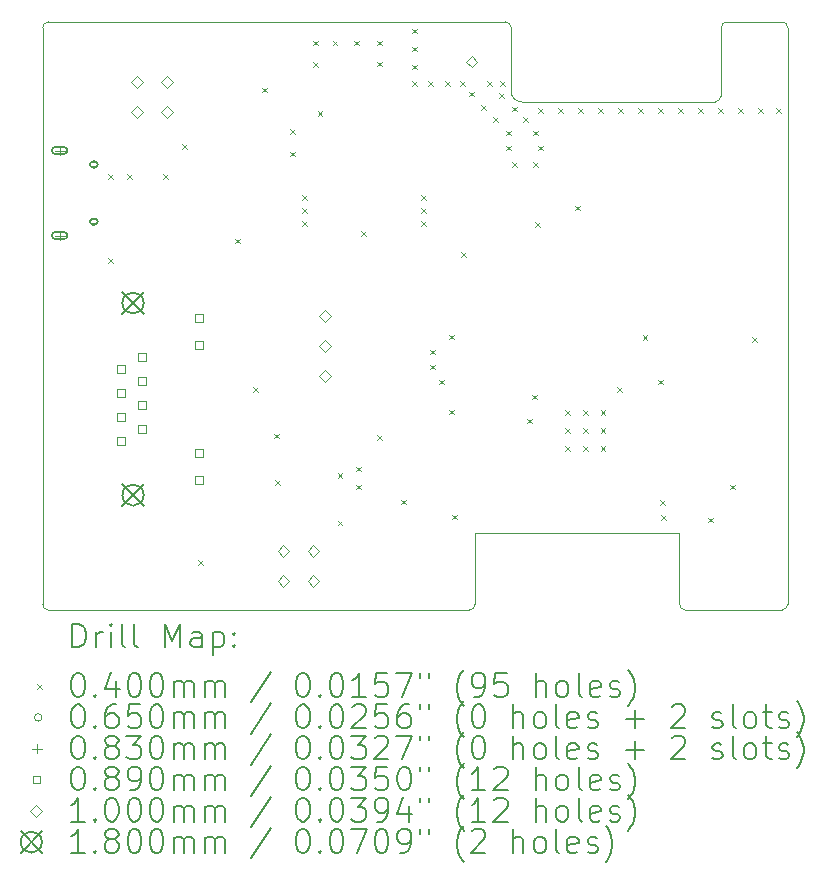
<source format=gbr>
%FSLAX45Y45*%
G04 Gerber Fmt 4.5, Leading zero omitted, Abs format (unit mm)*
G04 Created by KiCad (PCBNEW (6.0.1-0)) date 2022-03-22 23:13:13*
%MOMM*%
%LPD*%
G01*
G04 APERTURE LIST*
%TA.AperFunction,Profile*%
%ADD10C,0.100000*%
%TD*%
%ADD11C,0.200000*%
%ADD12C,0.040000*%
%ADD13C,0.065000*%
%ADD14C,0.083000*%
%ADD15C,0.089000*%
%ADD16C,0.100000*%
%ADD17C,0.180000*%
G04 APERTURE END LIST*
D10*
X5273200Y-15596800D02*
G75*
G03*
X5323200Y-15646800I50000J0D01*
G01*
X9189925Y-10666800D02*
X5323200Y-10666800D01*
X11533200Y-10666800D02*
X11069326Y-10666800D01*
X8886055Y-15646800D02*
X5323200Y-15646800D01*
X11533200Y-15646800D02*
X10716055Y-15646800D01*
X10666055Y-15596800D02*
G75*
G03*
X10716055Y-15646800I50000J0D01*
G01*
X11533200Y-15646800D02*
G75*
G03*
X11583200Y-15596800I0J50000D01*
G01*
X11583200Y-15596800D02*
X11583200Y-10716800D01*
X10666055Y-14996800D02*
X8936055Y-14996800D01*
X5273200Y-15596800D02*
X5273200Y-10716800D01*
X11583200Y-10716800D02*
G75*
G03*
X11533200Y-10666800I-50000J0D01*
G01*
X11069326Y-10666800D02*
G75*
G03*
X11018520Y-10716800I0J-50813D01*
G01*
X9240520Y-11254740D02*
G75*
G03*
X9331960Y-11343045I86321J-2110D01*
G01*
X11018520Y-11292600D02*
X11018520Y-10716800D01*
X10666055Y-15596800D02*
X10666055Y-14996800D01*
X5323200Y-10666800D02*
G75*
G03*
X5273200Y-10716800I0J-50000D01*
G01*
X8886055Y-15646800D02*
G75*
G03*
X8936055Y-15596800I0J50000D01*
G01*
X10967322Y-11343130D02*
X9331960Y-11343045D01*
X8936055Y-14996800D02*
X8936055Y-15596800D01*
X9240715Y-10716800D02*
G75*
G03*
X9189925Y-10666800I-50791J-797D01*
G01*
X10967322Y-11343130D02*
G75*
G03*
X11018520Y-11292600I-2J51204D01*
G01*
X9240520Y-11254740D02*
X9240715Y-10716800D01*
D11*
D12*
X5831087Y-11959099D02*
X5871087Y-11999099D01*
X5871087Y-11959099D02*
X5831087Y-11999099D01*
X5831087Y-12668373D02*
X5871087Y-12708373D01*
X5871087Y-12668373D02*
X5831087Y-12708373D01*
X5987100Y-11956100D02*
X6027100Y-11996100D01*
X6027100Y-11956100D02*
X5987100Y-11996100D01*
X6291900Y-11956100D02*
X6331900Y-11996100D01*
X6331900Y-11956100D02*
X6291900Y-11996100D01*
X6457000Y-11702100D02*
X6497000Y-11742100D01*
X6497000Y-11702100D02*
X6457000Y-11742100D01*
X6592030Y-15226760D02*
X6632030Y-15266760D01*
X6632030Y-15226760D02*
X6592030Y-15266760D01*
X6901500Y-12502200D02*
X6941500Y-12542200D01*
X6941500Y-12502200D02*
X6901500Y-12542200D01*
X7053900Y-13759500D02*
X7093900Y-13799500D01*
X7093900Y-13759500D02*
X7053900Y-13799500D01*
X7130100Y-11224580D02*
X7170100Y-11264580D01*
X7170100Y-11224580D02*
X7130100Y-11264580D01*
X7231700Y-14153200D02*
X7271700Y-14193200D01*
X7271700Y-14153200D02*
X7231700Y-14193200D01*
X7244400Y-14546900D02*
X7284400Y-14586900D01*
X7284400Y-14546900D02*
X7244400Y-14586900D01*
X7371400Y-11575100D02*
X7411400Y-11615100D01*
X7411400Y-11575100D02*
X7371400Y-11615100D01*
X7371400Y-11765600D02*
X7411400Y-11805600D01*
X7411400Y-11765600D02*
X7371400Y-11805600D01*
X7469630Y-12133120D02*
X7509630Y-12173120D01*
X7509630Y-12133120D02*
X7469630Y-12173120D01*
X7469630Y-12243120D02*
X7509630Y-12283120D01*
X7509630Y-12243120D02*
X7469630Y-12283120D01*
X7469630Y-12353120D02*
X7509630Y-12393120D01*
X7509630Y-12353120D02*
X7469630Y-12393120D01*
X7564440Y-10825800D02*
X7604440Y-10865800D01*
X7604440Y-10825800D02*
X7564440Y-10865800D01*
X7564440Y-11009950D02*
X7604440Y-11049950D01*
X7604440Y-11009950D02*
X7564440Y-11049950D01*
X7602540Y-11422700D02*
X7642540Y-11462700D01*
X7642540Y-11422700D02*
X7602540Y-11462700D01*
X7729540Y-10825800D02*
X7769540Y-10865800D01*
X7769540Y-10825800D02*
X7729540Y-10865800D01*
X7772720Y-14489751D02*
X7812720Y-14529751D01*
X7812720Y-14489751D02*
X7772720Y-14529751D01*
X7772720Y-14889800D02*
X7812720Y-14929800D01*
X7812720Y-14889800D02*
X7772720Y-14929800D01*
X7913690Y-10825800D02*
X7953690Y-10865800D01*
X7953690Y-10825800D02*
X7913690Y-10865800D01*
X7930200Y-14432600D02*
X7970200Y-14472600D01*
X7970200Y-14432600D02*
X7930200Y-14472600D01*
X7930200Y-14585000D02*
X7970200Y-14625000D01*
X7970200Y-14585000D02*
X7930200Y-14625000D01*
X7968300Y-12438700D02*
X8008300Y-12478700D01*
X8008300Y-12438700D02*
X7968300Y-12478700D01*
X8104190Y-10825800D02*
X8144190Y-10865800D01*
X8144190Y-10825800D02*
X8104190Y-10865800D01*
X8104190Y-11003600D02*
X8144190Y-11043600D01*
X8144190Y-11003600D02*
X8104190Y-11043600D01*
X8108000Y-14165900D02*
X8148000Y-14205900D01*
X8148000Y-14165900D02*
X8108000Y-14205900D01*
X8311200Y-14712000D02*
X8351200Y-14752000D01*
X8351200Y-14712000D02*
X8311200Y-14752000D01*
X8400100Y-10724200D02*
X8440100Y-10764200D01*
X8440100Y-10724200D02*
X8400100Y-10764200D01*
X8400100Y-10876600D02*
X8440100Y-10916600D01*
X8440100Y-10876600D02*
X8400100Y-10916600D01*
X8400100Y-11029000D02*
X8440100Y-11069000D01*
X8440100Y-11029000D02*
X8400100Y-11069000D01*
X8400100Y-11168700D02*
X8440100Y-11208700D01*
X8440100Y-11168700D02*
X8400100Y-11208700D01*
X8479630Y-12133120D02*
X8519630Y-12173120D01*
X8519630Y-12133120D02*
X8479630Y-12173120D01*
X8479630Y-12243120D02*
X8519630Y-12283120D01*
X8519630Y-12243120D02*
X8479630Y-12283120D01*
X8479630Y-12353120D02*
X8519630Y-12393120D01*
X8519630Y-12353120D02*
X8479630Y-12393120D01*
X8539800Y-11168700D02*
X8579800Y-11208700D01*
X8579800Y-11168700D02*
X8539800Y-11208700D01*
X8552500Y-13442000D02*
X8592500Y-13482000D01*
X8592500Y-13442000D02*
X8552500Y-13482000D01*
X8552500Y-13569000D02*
X8592500Y-13609000D01*
X8592500Y-13569000D02*
X8552500Y-13609000D01*
X8628700Y-13696000D02*
X8668700Y-13736000D01*
X8668700Y-13696000D02*
X8628700Y-13736000D01*
X8679500Y-11168700D02*
X8719500Y-11208700D01*
X8719500Y-11168700D02*
X8679500Y-11208700D01*
X8717600Y-13315000D02*
X8757600Y-13355000D01*
X8757600Y-13315000D02*
X8717600Y-13355000D01*
X8717600Y-13950000D02*
X8757600Y-13990000D01*
X8757600Y-13950000D02*
X8717600Y-13990000D01*
X8743000Y-14839000D02*
X8783000Y-14879000D01*
X8783000Y-14839000D02*
X8743000Y-14879000D01*
X8806500Y-11168700D02*
X8846500Y-11208700D01*
X8846500Y-11168700D02*
X8806500Y-11208700D01*
X8819200Y-12616500D02*
X8859200Y-12656500D01*
X8859200Y-12616500D02*
X8819200Y-12656500D01*
X8882700Y-11257600D02*
X8922700Y-11297600D01*
X8922700Y-11257600D02*
X8882700Y-11297600D01*
X8984300Y-11371900D02*
X9024300Y-11411900D01*
X9024300Y-11371900D02*
X8984300Y-11411900D01*
X9035100Y-11168700D02*
X9075100Y-11208700D01*
X9075100Y-11168700D02*
X9035100Y-11208700D01*
X9085900Y-11473500D02*
X9125900Y-11513500D01*
X9125900Y-11473500D02*
X9085900Y-11513500D01*
X9136700Y-11270300D02*
X9176700Y-11310300D01*
X9176700Y-11270300D02*
X9136700Y-11310300D01*
X9149400Y-11168700D02*
X9189400Y-11208700D01*
X9189400Y-11168700D02*
X9149400Y-11208700D01*
X9200200Y-11587800D02*
X9240200Y-11627800D01*
X9240200Y-11587800D02*
X9200200Y-11627800D01*
X9200200Y-11714800D02*
X9240200Y-11754800D01*
X9240200Y-11714800D02*
X9200200Y-11754800D01*
X9251000Y-11384600D02*
X9291000Y-11424600D01*
X9291000Y-11384600D02*
X9251000Y-11424600D01*
X9251000Y-11854500D02*
X9291000Y-11894500D01*
X9291000Y-11854500D02*
X9251000Y-11894500D01*
X9339900Y-11473500D02*
X9379900Y-11513500D01*
X9379900Y-11473500D02*
X9339900Y-11513500D01*
X9378000Y-14026200D02*
X9418000Y-14066200D01*
X9418000Y-14026200D02*
X9378000Y-14066200D01*
X9416100Y-13823000D02*
X9456100Y-13863000D01*
X9456100Y-13823000D02*
X9416100Y-13863000D01*
X9428800Y-11587800D02*
X9468800Y-11627800D01*
X9468800Y-11587800D02*
X9428800Y-11627800D01*
X9428800Y-11854500D02*
X9468800Y-11894500D01*
X9468800Y-11854500D02*
X9428800Y-11894500D01*
X9441500Y-12362500D02*
X9481500Y-12402500D01*
X9481500Y-12362500D02*
X9441500Y-12402500D01*
X9466900Y-11714800D02*
X9506900Y-11754800D01*
X9506900Y-11714800D02*
X9466900Y-11754800D01*
X9467800Y-11397300D02*
X9507800Y-11437300D01*
X9507800Y-11397300D02*
X9467800Y-11437300D01*
X9637800Y-11397300D02*
X9677800Y-11437300D01*
X9677800Y-11397300D02*
X9637800Y-11437300D01*
X9695500Y-13952540D02*
X9735500Y-13992540D01*
X9735500Y-13952540D02*
X9695500Y-13992540D01*
X9695500Y-14107480D02*
X9735500Y-14147480D01*
X9735500Y-14107480D02*
X9695500Y-14147480D01*
X9695500Y-14259880D02*
X9735500Y-14299880D01*
X9735500Y-14259880D02*
X9695500Y-14299880D01*
X9784400Y-12222800D02*
X9824400Y-12262800D01*
X9824400Y-12222800D02*
X9784400Y-12262800D01*
X9807800Y-11397300D02*
X9847800Y-11437300D01*
X9847800Y-11397300D02*
X9807800Y-11437300D01*
X9847900Y-13955080D02*
X9887900Y-13995080D01*
X9887900Y-13955080D02*
X9847900Y-13995080D01*
X9847900Y-14110020D02*
X9887900Y-14150020D01*
X9887900Y-14110020D02*
X9847900Y-14150020D01*
X9847900Y-14262420D02*
X9887900Y-14302420D01*
X9887900Y-14262420D02*
X9847900Y-14302420D01*
X9977800Y-11397300D02*
X10017800Y-11437300D01*
X10017800Y-11397300D02*
X9977800Y-11437300D01*
X9997760Y-13955080D02*
X10037760Y-13995080D01*
X10037760Y-13955080D02*
X9997760Y-13995080D01*
X9997760Y-14110020D02*
X10037760Y-14150020D01*
X10037760Y-14110020D02*
X9997760Y-14150020D01*
X9997760Y-14262420D02*
X10037760Y-14302420D01*
X10037760Y-14262420D02*
X9997760Y-14302420D01*
X10140000Y-13759500D02*
X10180000Y-13799500D01*
X10180000Y-13759500D02*
X10140000Y-13799500D01*
X10147800Y-11397300D02*
X10187800Y-11437300D01*
X10187800Y-11397300D02*
X10147800Y-11437300D01*
X10317800Y-11397300D02*
X10357800Y-11437300D01*
X10357800Y-11397300D02*
X10317800Y-11437300D01*
X10353360Y-13317540D02*
X10393360Y-13357540D01*
X10393360Y-13317540D02*
X10353360Y-13357540D01*
X10482900Y-13696000D02*
X10522900Y-13736000D01*
X10522900Y-13696000D02*
X10482900Y-13736000D01*
X10483800Y-11397300D02*
X10523800Y-11437300D01*
X10523800Y-11397300D02*
X10483800Y-11437300D01*
X10500680Y-14717080D02*
X10540680Y-14757080D01*
X10540680Y-14717080D02*
X10500680Y-14757080D01*
X10510840Y-14844080D02*
X10550840Y-14884080D01*
X10550840Y-14844080D02*
X10510840Y-14884080D01*
X10653800Y-11397300D02*
X10693800Y-11437300D01*
X10693800Y-11397300D02*
X10653800Y-11437300D01*
X10823800Y-11397300D02*
X10863800Y-11437300D01*
X10863800Y-11397300D02*
X10823800Y-11437300D01*
X10907080Y-14864400D02*
X10947080Y-14904400D01*
X10947080Y-14864400D02*
X10907080Y-14904400D01*
X10993800Y-11397300D02*
X11033800Y-11437300D01*
X11033800Y-11397300D02*
X10993800Y-11437300D01*
X11092500Y-14585000D02*
X11132500Y-14625000D01*
X11132500Y-14585000D02*
X11092500Y-14625000D01*
X11163800Y-11397300D02*
X11203800Y-11437300D01*
X11203800Y-11397300D02*
X11163800Y-11437300D01*
X11283000Y-13337860D02*
X11323000Y-13377860D01*
X11323000Y-13337860D02*
X11283000Y-13377860D01*
X11333800Y-11397300D02*
X11373800Y-11437300D01*
X11373800Y-11397300D02*
X11333800Y-11437300D01*
X11486200Y-11397300D02*
X11526200Y-11437300D01*
X11526200Y-11397300D02*
X11486200Y-11437300D01*
D13*
X5740320Y-11874300D02*
G75*
G03*
X5740320Y-11874300I-32500J0D01*
G01*
D11*
X5717820Y-11851800D02*
X5697820Y-11851800D01*
X5717820Y-11896800D02*
X5697820Y-11896800D01*
X5697820Y-11851800D02*
G75*
G03*
X5697820Y-11896800I0J-22500D01*
G01*
X5717820Y-11896800D02*
G75*
G03*
X5717820Y-11851800I0J22500D01*
G01*
D13*
X5740320Y-12359300D02*
G75*
G03*
X5740320Y-12359300I-32500J0D01*
G01*
D11*
X5717820Y-12336800D02*
X5697820Y-12336800D01*
X5717820Y-12381800D02*
X5697820Y-12381800D01*
X5697820Y-12336800D02*
G75*
G03*
X5697820Y-12381800I0J-22500D01*
G01*
X5717820Y-12381800D02*
G75*
G03*
X5717820Y-12336800I0J22500D01*
G01*
D14*
X5417820Y-11715300D02*
X5417820Y-11798300D01*
X5376320Y-11756800D02*
X5459320Y-11756800D01*
D11*
X5451320Y-11725300D02*
X5384320Y-11725300D01*
X5451320Y-11788300D02*
X5384320Y-11788300D01*
X5384320Y-11725300D02*
G75*
G03*
X5384320Y-11788300I0J-31500D01*
G01*
X5451320Y-11788300D02*
G75*
G03*
X5451320Y-11725300I0J31500D01*
G01*
D14*
X5417820Y-12435300D02*
X5417820Y-12518300D01*
X5376320Y-12476800D02*
X5459320Y-12476800D01*
D11*
X5451320Y-12445300D02*
X5384320Y-12445300D01*
X5451320Y-12508300D02*
X5384320Y-12508300D01*
X5384320Y-12445300D02*
G75*
G03*
X5384320Y-12508300I0J-31500D01*
G01*
X5451320Y-12508300D02*
G75*
G03*
X5451320Y-12445300I0J31500D01*
G01*
D15*
X5968717Y-13637117D02*
X5968717Y-13574183D01*
X5905783Y-13574183D01*
X5905783Y-13637117D01*
X5968717Y-13637117D01*
X5968717Y-13841117D02*
X5968717Y-13778183D01*
X5905783Y-13778183D01*
X5905783Y-13841117D01*
X5968717Y-13841117D01*
X5968717Y-14045117D02*
X5968717Y-13982183D01*
X5905783Y-13982183D01*
X5905783Y-14045117D01*
X5968717Y-14045117D01*
X5968717Y-14249117D02*
X5968717Y-14186183D01*
X5905783Y-14186183D01*
X5905783Y-14249117D01*
X5968717Y-14249117D01*
X6146717Y-13535117D02*
X6146717Y-13472183D01*
X6083783Y-13472183D01*
X6083783Y-13535117D01*
X6146717Y-13535117D01*
X6146717Y-13739117D02*
X6146717Y-13676183D01*
X6083783Y-13676183D01*
X6083783Y-13739117D01*
X6146717Y-13739117D01*
X6146717Y-13943117D02*
X6146717Y-13880183D01*
X6083783Y-13880183D01*
X6083783Y-13943117D01*
X6146717Y-13943117D01*
X6146717Y-14147117D02*
X6146717Y-14084183D01*
X6083783Y-14084183D01*
X6083783Y-14147117D01*
X6146717Y-14147117D01*
X6627717Y-13206117D02*
X6627717Y-13143183D01*
X6564783Y-13143183D01*
X6564783Y-13206117D01*
X6627717Y-13206117D01*
X6627717Y-13435117D02*
X6627717Y-13372183D01*
X6564783Y-13372183D01*
X6564783Y-13435117D01*
X6627717Y-13435117D01*
X6627717Y-14349117D02*
X6627717Y-14286183D01*
X6564783Y-14286183D01*
X6564783Y-14349117D01*
X6627717Y-14349117D01*
X6627717Y-14578117D02*
X6627717Y-14515183D01*
X6564783Y-14515183D01*
X6564783Y-14578117D01*
X6627717Y-14578117D01*
D16*
X6070600Y-11226000D02*
X6120600Y-11176000D01*
X6070600Y-11126000D01*
X6020600Y-11176000D01*
X6070600Y-11226000D01*
X6070600Y-11480000D02*
X6120600Y-11430000D01*
X6070600Y-11380000D01*
X6020600Y-11430000D01*
X6070600Y-11480000D01*
X6324600Y-11226000D02*
X6374600Y-11176000D01*
X6324600Y-11126000D01*
X6274600Y-11176000D01*
X6324600Y-11226000D01*
X6324600Y-11480000D02*
X6374600Y-11430000D01*
X6324600Y-11380000D01*
X6274600Y-11430000D01*
X6324600Y-11480000D01*
X7312660Y-15198560D02*
X7362660Y-15148560D01*
X7312660Y-15098560D01*
X7262660Y-15148560D01*
X7312660Y-15198560D01*
X7312660Y-15452560D02*
X7362660Y-15402560D01*
X7312660Y-15352560D01*
X7262660Y-15402560D01*
X7312660Y-15452560D01*
X7566660Y-15198560D02*
X7616660Y-15148560D01*
X7566660Y-15098560D01*
X7516660Y-15148560D01*
X7566660Y-15198560D01*
X7566660Y-15452560D02*
X7616660Y-15402560D01*
X7566660Y-15352560D01*
X7516660Y-15402560D01*
X7566660Y-15452560D01*
X7665490Y-13210600D02*
X7715490Y-13160600D01*
X7665490Y-13110600D01*
X7615490Y-13160600D01*
X7665490Y-13210600D01*
X7665490Y-13464600D02*
X7715490Y-13414600D01*
X7665490Y-13364600D01*
X7615490Y-13414600D01*
X7665490Y-13464600D01*
X7665490Y-13718600D02*
X7715490Y-13668600D01*
X7665490Y-13618600D01*
X7615490Y-13668600D01*
X7665490Y-13718600D01*
X8905240Y-11053280D02*
X8955240Y-11003280D01*
X8905240Y-10953280D01*
X8855240Y-11003280D01*
X8905240Y-11053280D01*
D17*
X5949250Y-12957650D02*
X6129250Y-13137650D01*
X6129250Y-12957650D02*
X5949250Y-13137650D01*
X6129250Y-13047650D02*
G75*
G03*
X6129250Y-13047650I-90000J0D01*
G01*
X5949250Y-14583650D02*
X6129250Y-14763650D01*
X6129250Y-14583650D02*
X5949250Y-14763650D01*
X6129250Y-14673650D02*
G75*
G03*
X6129250Y-14673650I-90000J0D01*
G01*
D11*
X5525819Y-15962276D02*
X5525819Y-15762276D01*
X5573438Y-15762276D01*
X5602009Y-15771800D01*
X5621057Y-15790848D01*
X5630581Y-15809895D01*
X5640105Y-15847990D01*
X5640105Y-15876562D01*
X5630581Y-15914657D01*
X5621057Y-15933705D01*
X5602009Y-15952752D01*
X5573438Y-15962276D01*
X5525819Y-15962276D01*
X5725819Y-15962276D02*
X5725819Y-15828943D01*
X5725819Y-15867038D02*
X5735343Y-15847990D01*
X5744867Y-15838467D01*
X5763914Y-15828943D01*
X5782962Y-15828943D01*
X5849628Y-15962276D02*
X5849628Y-15828943D01*
X5849628Y-15762276D02*
X5840105Y-15771800D01*
X5849628Y-15781324D01*
X5859152Y-15771800D01*
X5849628Y-15762276D01*
X5849628Y-15781324D01*
X5973438Y-15962276D02*
X5954390Y-15952752D01*
X5944867Y-15933705D01*
X5944867Y-15762276D01*
X6078200Y-15962276D02*
X6059152Y-15952752D01*
X6049628Y-15933705D01*
X6049628Y-15762276D01*
X6306771Y-15962276D02*
X6306771Y-15762276D01*
X6373438Y-15905133D01*
X6440105Y-15762276D01*
X6440105Y-15962276D01*
X6621057Y-15962276D02*
X6621057Y-15857514D01*
X6611533Y-15838467D01*
X6592486Y-15828943D01*
X6554390Y-15828943D01*
X6535343Y-15838467D01*
X6621057Y-15952752D02*
X6602009Y-15962276D01*
X6554390Y-15962276D01*
X6535343Y-15952752D01*
X6525819Y-15933705D01*
X6525819Y-15914657D01*
X6535343Y-15895609D01*
X6554390Y-15886086D01*
X6602009Y-15886086D01*
X6621057Y-15876562D01*
X6716295Y-15828943D02*
X6716295Y-16028943D01*
X6716295Y-15838467D02*
X6735343Y-15828943D01*
X6773438Y-15828943D01*
X6792486Y-15838467D01*
X6802009Y-15847990D01*
X6811533Y-15867038D01*
X6811533Y-15924181D01*
X6802009Y-15943228D01*
X6792486Y-15952752D01*
X6773438Y-15962276D01*
X6735343Y-15962276D01*
X6716295Y-15952752D01*
X6897248Y-15943228D02*
X6906771Y-15952752D01*
X6897248Y-15962276D01*
X6887724Y-15952752D01*
X6897248Y-15943228D01*
X6897248Y-15962276D01*
X6897248Y-15838467D02*
X6906771Y-15847990D01*
X6897248Y-15857514D01*
X6887724Y-15847990D01*
X6897248Y-15838467D01*
X6897248Y-15857514D01*
D12*
X5228200Y-16271800D02*
X5268200Y-16311800D01*
X5268200Y-16271800D02*
X5228200Y-16311800D01*
D11*
X5563914Y-16182276D02*
X5582962Y-16182276D01*
X5602009Y-16191800D01*
X5611533Y-16201324D01*
X5621057Y-16220371D01*
X5630581Y-16258467D01*
X5630581Y-16306086D01*
X5621057Y-16344181D01*
X5611533Y-16363228D01*
X5602009Y-16372752D01*
X5582962Y-16382276D01*
X5563914Y-16382276D01*
X5544867Y-16372752D01*
X5535343Y-16363228D01*
X5525819Y-16344181D01*
X5516295Y-16306086D01*
X5516295Y-16258467D01*
X5525819Y-16220371D01*
X5535343Y-16201324D01*
X5544867Y-16191800D01*
X5563914Y-16182276D01*
X5716295Y-16363228D02*
X5725819Y-16372752D01*
X5716295Y-16382276D01*
X5706771Y-16372752D01*
X5716295Y-16363228D01*
X5716295Y-16382276D01*
X5897248Y-16248943D02*
X5897248Y-16382276D01*
X5849628Y-16172752D02*
X5802009Y-16315609D01*
X5925819Y-16315609D01*
X6040105Y-16182276D02*
X6059152Y-16182276D01*
X6078200Y-16191800D01*
X6087724Y-16201324D01*
X6097248Y-16220371D01*
X6106771Y-16258467D01*
X6106771Y-16306086D01*
X6097248Y-16344181D01*
X6087724Y-16363228D01*
X6078200Y-16372752D01*
X6059152Y-16382276D01*
X6040105Y-16382276D01*
X6021057Y-16372752D01*
X6011533Y-16363228D01*
X6002009Y-16344181D01*
X5992486Y-16306086D01*
X5992486Y-16258467D01*
X6002009Y-16220371D01*
X6011533Y-16201324D01*
X6021057Y-16191800D01*
X6040105Y-16182276D01*
X6230581Y-16182276D02*
X6249628Y-16182276D01*
X6268676Y-16191800D01*
X6278200Y-16201324D01*
X6287724Y-16220371D01*
X6297248Y-16258467D01*
X6297248Y-16306086D01*
X6287724Y-16344181D01*
X6278200Y-16363228D01*
X6268676Y-16372752D01*
X6249628Y-16382276D01*
X6230581Y-16382276D01*
X6211533Y-16372752D01*
X6202009Y-16363228D01*
X6192486Y-16344181D01*
X6182962Y-16306086D01*
X6182962Y-16258467D01*
X6192486Y-16220371D01*
X6202009Y-16201324D01*
X6211533Y-16191800D01*
X6230581Y-16182276D01*
X6382962Y-16382276D02*
X6382962Y-16248943D01*
X6382962Y-16267990D02*
X6392486Y-16258467D01*
X6411533Y-16248943D01*
X6440105Y-16248943D01*
X6459152Y-16258467D01*
X6468676Y-16277514D01*
X6468676Y-16382276D01*
X6468676Y-16277514D02*
X6478200Y-16258467D01*
X6497248Y-16248943D01*
X6525819Y-16248943D01*
X6544867Y-16258467D01*
X6554390Y-16277514D01*
X6554390Y-16382276D01*
X6649628Y-16382276D02*
X6649628Y-16248943D01*
X6649628Y-16267990D02*
X6659152Y-16258467D01*
X6678200Y-16248943D01*
X6706771Y-16248943D01*
X6725819Y-16258467D01*
X6735343Y-16277514D01*
X6735343Y-16382276D01*
X6735343Y-16277514D02*
X6744867Y-16258467D01*
X6763914Y-16248943D01*
X6792486Y-16248943D01*
X6811533Y-16258467D01*
X6821057Y-16277514D01*
X6821057Y-16382276D01*
X7211533Y-16172752D02*
X7040105Y-16429895D01*
X7468676Y-16182276D02*
X7487724Y-16182276D01*
X7506771Y-16191800D01*
X7516295Y-16201324D01*
X7525819Y-16220371D01*
X7535343Y-16258467D01*
X7535343Y-16306086D01*
X7525819Y-16344181D01*
X7516295Y-16363228D01*
X7506771Y-16372752D01*
X7487724Y-16382276D01*
X7468676Y-16382276D01*
X7449628Y-16372752D01*
X7440105Y-16363228D01*
X7430581Y-16344181D01*
X7421057Y-16306086D01*
X7421057Y-16258467D01*
X7430581Y-16220371D01*
X7440105Y-16201324D01*
X7449628Y-16191800D01*
X7468676Y-16182276D01*
X7621057Y-16363228D02*
X7630581Y-16372752D01*
X7621057Y-16382276D01*
X7611533Y-16372752D01*
X7621057Y-16363228D01*
X7621057Y-16382276D01*
X7754390Y-16182276D02*
X7773438Y-16182276D01*
X7792486Y-16191800D01*
X7802009Y-16201324D01*
X7811533Y-16220371D01*
X7821057Y-16258467D01*
X7821057Y-16306086D01*
X7811533Y-16344181D01*
X7802009Y-16363228D01*
X7792486Y-16372752D01*
X7773438Y-16382276D01*
X7754390Y-16382276D01*
X7735343Y-16372752D01*
X7725819Y-16363228D01*
X7716295Y-16344181D01*
X7706771Y-16306086D01*
X7706771Y-16258467D01*
X7716295Y-16220371D01*
X7725819Y-16201324D01*
X7735343Y-16191800D01*
X7754390Y-16182276D01*
X8011533Y-16382276D02*
X7897248Y-16382276D01*
X7954390Y-16382276D02*
X7954390Y-16182276D01*
X7935343Y-16210848D01*
X7916295Y-16229895D01*
X7897248Y-16239419D01*
X8192486Y-16182276D02*
X8097248Y-16182276D01*
X8087724Y-16277514D01*
X8097248Y-16267990D01*
X8116295Y-16258467D01*
X8163914Y-16258467D01*
X8182962Y-16267990D01*
X8192486Y-16277514D01*
X8202009Y-16296562D01*
X8202009Y-16344181D01*
X8192486Y-16363228D01*
X8182962Y-16372752D01*
X8163914Y-16382276D01*
X8116295Y-16382276D01*
X8097248Y-16372752D01*
X8087724Y-16363228D01*
X8268676Y-16182276D02*
X8402010Y-16182276D01*
X8316295Y-16382276D01*
X8468676Y-16182276D02*
X8468676Y-16220371D01*
X8544867Y-16182276D02*
X8544867Y-16220371D01*
X8840105Y-16458467D02*
X8830581Y-16448943D01*
X8811533Y-16420371D01*
X8802010Y-16401324D01*
X8792486Y-16372752D01*
X8782962Y-16325133D01*
X8782962Y-16287038D01*
X8792486Y-16239419D01*
X8802010Y-16210848D01*
X8811533Y-16191800D01*
X8830581Y-16163228D01*
X8840105Y-16153705D01*
X8925819Y-16382276D02*
X8963914Y-16382276D01*
X8982962Y-16372752D01*
X8992486Y-16363228D01*
X9011533Y-16334657D01*
X9021057Y-16296562D01*
X9021057Y-16220371D01*
X9011533Y-16201324D01*
X9002010Y-16191800D01*
X8982962Y-16182276D01*
X8944867Y-16182276D01*
X8925819Y-16191800D01*
X8916295Y-16201324D01*
X8906771Y-16220371D01*
X8906771Y-16267990D01*
X8916295Y-16287038D01*
X8925819Y-16296562D01*
X8944867Y-16306086D01*
X8982962Y-16306086D01*
X9002010Y-16296562D01*
X9011533Y-16287038D01*
X9021057Y-16267990D01*
X9202010Y-16182276D02*
X9106771Y-16182276D01*
X9097248Y-16277514D01*
X9106771Y-16267990D01*
X9125819Y-16258467D01*
X9173438Y-16258467D01*
X9192486Y-16267990D01*
X9202010Y-16277514D01*
X9211533Y-16296562D01*
X9211533Y-16344181D01*
X9202010Y-16363228D01*
X9192486Y-16372752D01*
X9173438Y-16382276D01*
X9125819Y-16382276D01*
X9106771Y-16372752D01*
X9097248Y-16363228D01*
X9449629Y-16382276D02*
X9449629Y-16182276D01*
X9535343Y-16382276D02*
X9535343Y-16277514D01*
X9525819Y-16258467D01*
X9506771Y-16248943D01*
X9478200Y-16248943D01*
X9459152Y-16258467D01*
X9449629Y-16267990D01*
X9659152Y-16382276D02*
X9640105Y-16372752D01*
X9630581Y-16363228D01*
X9621057Y-16344181D01*
X9621057Y-16287038D01*
X9630581Y-16267990D01*
X9640105Y-16258467D01*
X9659152Y-16248943D01*
X9687724Y-16248943D01*
X9706771Y-16258467D01*
X9716295Y-16267990D01*
X9725819Y-16287038D01*
X9725819Y-16344181D01*
X9716295Y-16363228D01*
X9706771Y-16372752D01*
X9687724Y-16382276D01*
X9659152Y-16382276D01*
X9840105Y-16382276D02*
X9821057Y-16372752D01*
X9811533Y-16353705D01*
X9811533Y-16182276D01*
X9992486Y-16372752D02*
X9973438Y-16382276D01*
X9935343Y-16382276D01*
X9916295Y-16372752D01*
X9906771Y-16353705D01*
X9906771Y-16277514D01*
X9916295Y-16258467D01*
X9935343Y-16248943D01*
X9973438Y-16248943D01*
X9992486Y-16258467D01*
X10002010Y-16277514D01*
X10002010Y-16296562D01*
X9906771Y-16315609D01*
X10078200Y-16372752D02*
X10097248Y-16382276D01*
X10135343Y-16382276D01*
X10154390Y-16372752D01*
X10163914Y-16353705D01*
X10163914Y-16344181D01*
X10154390Y-16325133D01*
X10135343Y-16315609D01*
X10106771Y-16315609D01*
X10087724Y-16306086D01*
X10078200Y-16287038D01*
X10078200Y-16277514D01*
X10087724Y-16258467D01*
X10106771Y-16248943D01*
X10135343Y-16248943D01*
X10154390Y-16258467D01*
X10230581Y-16458467D02*
X10240105Y-16448943D01*
X10259152Y-16420371D01*
X10268676Y-16401324D01*
X10278200Y-16372752D01*
X10287724Y-16325133D01*
X10287724Y-16287038D01*
X10278200Y-16239419D01*
X10268676Y-16210848D01*
X10259152Y-16191800D01*
X10240105Y-16163228D01*
X10230581Y-16153705D01*
D13*
X5268200Y-16555800D02*
G75*
G03*
X5268200Y-16555800I-32500J0D01*
G01*
D11*
X5563914Y-16446276D02*
X5582962Y-16446276D01*
X5602009Y-16455800D01*
X5611533Y-16465324D01*
X5621057Y-16484371D01*
X5630581Y-16522467D01*
X5630581Y-16570086D01*
X5621057Y-16608181D01*
X5611533Y-16627228D01*
X5602009Y-16636752D01*
X5582962Y-16646276D01*
X5563914Y-16646276D01*
X5544867Y-16636752D01*
X5535343Y-16627228D01*
X5525819Y-16608181D01*
X5516295Y-16570086D01*
X5516295Y-16522467D01*
X5525819Y-16484371D01*
X5535343Y-16465324D01*
X5544867Y-16455800D01*
X5563914Y-16446276D01*
X5716295Y-16627228D02*
X5725819Y-16636752D01*
X5716295Y-16646276D01*
X5706771Y-16636752D01*
X5716295Y-16627228D01*
X5716295Y-16646276D01*
X5897248Y-16446276D02*
X5859152Y-16446276D01*
X5840105Y-16455800D01*
X5830581Y-16465324D01*
X5811533Y-16493895D01*
X5802009Y-16531990D01*
X5802009Y-16608181D01*
X5811533Y-16627228D01*
X5821057Y-16636752D01*
X5840105Y-16646276D01*
X5878200Y-16646276D01*
X5897248Y-16636752D01*
X5906771Y-16627228D01*
X5916295Y-16608181D01*
X5916295Y-16560562D01*
X5906771Y-16541514D01*
X5897248Y-16531990D01*
X5878200Y-16522467D01*
X5840105Y-16522467D01*
X5821057Y-16531990D01*
X5811533Y-16541514D01*
X5802009Y-16560562D01*
X6097248Y-16446276D02*
X6002009Y-16446276D01*
X5992486Y-16541514D01*
X6002009Y-16531990D01*
X6021057Y-16522467D01*
X6068676Y-16522467D01*
X6087724Y-16531990D01*
X6097248Y-16541514D01*
X6106771Y-16560562D01*
X6106771Y-16608181D01*
X6097248Y-16627228D01*
X6087724Y-16636752D01*
X6068676Y-16646276D01*
X6021057Y-16646276D01*
X6002009Y-16636752D01*
X5992486Y-16627228D01*
X6230581Y-16446276D02*
X6249628Y-16446276D01*
X6268676Y-16455800D01*
X6278200Y-16465324D01*
X6287724Y-16484371D01*
X6297248Y-16522467D01*
X6297248Y-16570086D01*
X6287724Y-16608181D01*
X6278200Y-16627228D01*
X6268676Y-16636752D01*
X6249628Y-16646276D01*
X6230581Y-16646276D01*
X6211533Y-16636752D01*
X6202009Y-16627228D01*
X6192486Y-16608181D01*
X6182962Y-16570086D01*
X6182962Y-16522467D01*
X6192486Y-16484371D01*
X6202009Y-16465324D01*
X6211533Y-16455800D01*
X6230581Y-16446276D01*
X6382962Y-16646276D02*
X6382962Y-16512943D01*
X6382962Y-16531990D02*
X6392486Y-16522467D01*
X6411533Y-16512943D01*
X6440105Y-16512943D01*
X6459152Y-16522467D01*
X6468676Y-16541514D01*
X6468676Y-16646276D01*
X6468676Y-16541514D02*
X6478200Y-16522467D01*
X6497248Y-16512943D01*
X6525819Y-16512943D01*
X6544867Y-16522467D01*
X6554390Y-16541514D01*
X6554390Y-16646276D01*
X6649628Y-16646276D02*
X6649628Y-16512943D01*
X6649628Y-16531990D02*
X6659152Y-16522467D01*
X6678200Y-16512943D01*
X6706771Y-16512943D01*
X6725819Y-16522467D01*
X6735343Y-16541514D01*
X6735343Y-16646276D01*
X6735343Y-16541514D02*
X6744867Y-16522467D01*
X6763914Y-16512943D01*
X6792486Y-16512943D01*
X6811533Y-16522467D01*
X6821057Y-16541514D01*
X6821057Y-16646276D01*
X7211533Y-16436752D02*
X7040105Y-16693895D01*
X7468676Y-16446276D02*
X7487724Y-16446276D01*
X7506771Y-16455800D01*
X7516295Y-16465324D01*
X7525819Y-16484371D01*
X7535343Y-16522467D01*
X7535343Y-16570086D01*
X7525819Y-16608181D01*
X7516295Y-16627228D01*
X7506771Y-16636752D01*
X7487724Y-16646276D01*
X7468676Y-16646276D01*
X7449628Y-16636752D01*
X7440105Y-16627228D01*
X7430581Y-16608181D01*
X7421057Y-16570086D01*
X7421057Y-16522467D01*
X7430581Y-16484371D01*
X7440105Y-16465324D01*
X7449628Y-16455800D01*
X7468676Y-16446276D01*
X7621057Y-16627228D02*
X7630581Y-16636752D01*
X7621057Y-16646276D01*
X7611533Y-16636752D01*
X7621057Y-16627228D01*
X7621057Y-16646276D01*
X7754390Y-16446276D02*
X7773438Y-16446276D01*
X7792486Y-16455800D01*
X7802009Y-16465324D01*
X7811533Y-16484371D01*
X7821057Y-16522467D01*
X7821057Y-16570086D01*
X7811533Y-16608181D01*
X7802009Y-16627228D01*
X7792486Y-16636752D01*
X7773438Y-16646276D01*
X7754390Y-16646276D01*
X7735343Y-16636752D01*
X7725819Y-16627228D01*
X7716295Y-16608181D01*
X7706771Y-16570086D01*
X7706771Y-16522467D01*
X7716295Y-16484371D01*
X7725819Y-16465324D01*
X7735343Y-16455800D01*
X7754390Y-16446276D01*
X7897248Y-16465324D02*
X7906771Y-16455800D01*
X7925819Y-16446276D01*
X7973438Y-16446276D01*
X7992486Y-16455800D01*
X8002009Y-16465324D01*
X8011533Y-16484371D01*
X8011533Y-16503419D01*
X8002009Y-16531990D01*
X7887724Y-16646276D01*
X8011533Y-16646276D01*
X8192486Y-16446276D02*
X8097248Y-16446276D01*
X8087724Y-16541514D01*
X8097248Y-16531990D01*
X8116295Y-16522467D01*
X8163914Y-16522467D01*
X8182962Y-16531990D01*
X8192486Y-16541514D01*
X8202009Y-16560562D01*
X8202009Y-16608181D01*
X8192486Y-16627228D01*
X8182962Y-16636752D01*
X8163914Y-16646276D01*
X8116295Y-16646276D01*
X8097248Y-16636752D01*
X8087724Y-16627228D01*
X8373438Y-16446276D02*
X8335343Y-16446276D01*
X8316295Y-16455800D01*
X8306771Y-16465324D01*
X8287724Y-16493895D01*
X8278200Y-16531990D01*
X8278200Y-16608181D01*
X8287724Y-16627228D01*
X8297248Y-16636752D01*
X8316295Y-16646276D01*
X8354390Y-16646276D01*
X8373438Y-16636752D01*
X8382962Y-16627228D01*
X8392486Y-16608181D01*
X8392486Y-16560562D01*
X8382962Y-16541514D01*
X8373438Y-16531990D01*
X8354390Y-16522467D01*
X8316295Y-16522467D01*
X8297248Y-16531990D01*
X8287724Y-16541514D01*
X8278200Y-16560562D01*
X8468676Y-16446276D02*
X8468676Y-16484371D01*
X8544867Y-16446276D02*
X8544867Y-16484371D01*
X8840105Y-16722467D02*
X8830581Y-16712943D01*
X8811533Y-16684371D01*
X8802010Y-16665324D01*
X8792486Y-16636752D01*
X8782962Y-16589133D01*
X8782962Y-16551038D01*
X8792486Y-16503419D01*
X8802010Y-16474848D01*
X8811533Y-16455800D01*
X8830581Y-16427228D01*
X8840105Y-16417705D01*
X8954390Y-16446276D02*
X8973438Y-16446276D01*
X8992486Y-16455800D01*
X9002010Y-16465324D01*
X9011533Y-16484371D01*
X9021057Y-16522467D01*
X9021057Y-16570086D01*
X9011533Y-16608181D01*
X9002010Y-16627228D01*
X8992486Y-16636752D01*
X8973438Y-16646276D01*
X8954390Y-16646276D01*
X8935343Y-16636752D01*
X8925819Y-16627228D01*
X8916295Y-16608181D01*
X8906771Y-16570086D01*
X8906771Y-16522467D01*
X8916295Y-16484371D01*
X8925819Y-16465324D01*
X8935343Y-16455800D01*
X8954390Y-16446276D01*
X9259152Y-16646276D02*
X9259152Y-16446276D01*
X9344867Y-16646276D02*
X9344867Y-16541514D01*
X9335343Y-16522467D01*
X9316295Y-16512943D01*
X9287724Y-16512943D01*
X9268676Y-16522467D01*
X9259152Y-16531990D01*
X9468676Y-16646276D02*
X9449629Y-16636752D01*
X9440105Y-16627228D01*
X9430581Y-16608181D01*
X9430581Y-16551038D01*
X9440105Y-16531990D01*
X9449629Y-16522467D01*
X9468676Y-16512943D01*
X9497248Y-16512943D01*
X9516295Y-16522467D01*
X9525819Y-16531990D01*
X9535343Y-16551038D01*
X9535343Y-16608181D01*
X9525819Y-16627228D01*
X9516295Y-16636752D01*
X9497248Y-16646276D01*
X9468676Y-16646276D01*
X9649629Y-16646276D02*
X9630581Y-16636752D01*
X9621057Y-16617705D01*
X9621057Y-16446276D01*
X9802010Y-16636752D02*
X9782962Y-16646276D01*
X9744867Y-16646276D01*
X9725819Y-16636752D01*
X9716295Y-16617705D01*
X9716295Y-16541514D01*
X9725819Y-16522467D01*
X9744867Y-16512943D01*
X9782962Y-16512943D01*
X9802010Y-16522467D01*
X9811533Y-16541514D01*
X9811533Y-16560562D01*
X9716295Y-16579609D01*
X9887724Y-16636752D02*
X9906771Y-16646276D01*
X9944867Y-16646276D01*
X9963914Y-16636752D01*
X9973438Y-16617705D01*
X9973438Y-16608181D01*
X9963914Y-16589133D01*
X9944867Y-16579609D01*
X9916295Y-16579609D01*
X9897248Y-16570086D01*
X9887724Y-16551038D01*
X9887724Y-16541514D01*
X9897248Y-16522467D01*
X9916295Y-16512943D01*
X9944867Y-16512943D01*
X9963914Y-16522467D01*
X10211533Y-16570086D02*
X10363914Y-16570086D01*
X10287724Y-16646276D02*
X10287724Y-16493895D01*
X10602010Y-16465324D02*
X10611533Y-16455800D01*
X10630581Y-16446276D01*
X10678200Y-16446276D01*
X10697248Y-16455800D01*
X10706771Y-16465324D01*
X10716295Y-16484371D01*
X10716295Y-16503419D01*
X10706771Y-16531990D01*
X10592486Y-16646276D01*
X10716295Y-16646276D01*
X10944867Y-16636752D02*
X10963914Y-16646276D01*
X11002010Y-16646276D01*
X11021057Y-16636752D01*
X11030581Y-16617705D01*
X11030581Y-16608181D01*
X11021057Y-16589133D01*
X11002010Y-16579609D01*
X10973438Y-16579609D01*
X10954390Y-16570086D01*
X10944867Y-16551038D01*
X10944867Y-16541514D01*
X10954390Y-16522467D01*
X10973438Y-16512943D01*
X11002010Y-16512943D01*
X11021057Y-16522467D01*
X11144867Y-16646276D02*
X11125819Y-16636752D01*
X11116295Y-16617705D01*
X11116295Y-16446276D01*
X11249628Y-16646276D02*
X11230581Y-16636752D01*
X11221057Y-16627228D01*
X11211533Y-16608181D01*
X11211533Y-16551038D01*
X11221057Y-16531990D01*
X11230581Y-16522467D01*
X11249628Y-16512943D01*
X11278200Y-16512943D01*
X11297248Y-16522467D01*
X11306771Y-16531990D01*
X11316295Y-16551038D01*
X11316295Y-16608181D01*
X11306771Y-16627228D01*
X11297248Y-16636752D01*
X11278200Y-16646276D01*
X11249628Y-16646276D01*
X11373438Y-16512943D02*
X11449628Y-16512943D01*
X11402009Y-16446276D02*
X11402009Y-16617705D01*
X11411533Y-16636752D01*
X11430581Y-16646276D01*
X11449628Y-16646276D01*
X11506771Y-16636752D02*
X11525819Y-16646276D01*
X11563914Y-16646276D01*
X11582962Y-16636752D01*
X11592486Y-16617705D01*
X11592486Y-16608181D01*
X11582962Y-16589133D01*
X11563914Y-16579609D01*
X11535343Y-16579609D01*
X11516295Y-16570086D01*
X11506771Y-16551038D01*
X11506771Y-16541514D01*
X11516295Y-16522467D01*
X11535343Y-16512943D01*
X11563914Y-16512943D01*
X11582962Y-16522467D01*
X11659152Y-16722467D02*
X11668676Y-16712943D01*
X11687724Y-16684371D01*
X11697248Y-16665324D01*
X11706771Y-16636752D01*
X11716295Y-16589133D01*
X11716295Y-16551038D01*
X11706771Y-16503419D01*
X11697248Y-16474848D01*
X11687724Y-16455800D01*
X11668676Y-16427228D01*
X11659152Y-16417705D01*
D14*
X5226700Y-16778300D02*
X5226700Y-16861300D01*
X5185200Y-16819800D02*
X5268200Y-16819800D01*
D11*
X5563914Y-16710276D02*
X5582962Y-16710276D01*
X5602009Y-16719800D01*
X5611533Y-16729324D01*
X5621057Y-16748371D01*
X5630581Y-16786467D01*
X5630581Y-16834086D01*
X5621057Y-16872181D01*
X5611533Y-16891229D01*
X5602009Y-16900752D01*
X5582962Y-16910276D01*
X5563914Y-16910276D01*
X5544867Y-16900752D01*
X5535343Y-16891229D01*
X5525819Y-16872181D01*
X5516295Y-16834086D01*
X5516295Y-16786467D01*
X5525819Y-16748371D01*
X5535343Y-16729324D01*
X5544867Y-16719800D01*
X5563914Y-16710276D01*
X5716295Y-16891229D02*
X5725819Y-16900752D01*
X5716295Y-16910276D01*
X5706771Y-16900752D01*
X5716295Y-16891229D01*
X5716295Y-16910276D01*
X5840105Y-16795990D02*
X5821057Y-16786467D01*
X5811533Y-16776943D01*
X5802009Y-16757895D01*
X5802009Y-16748371D01*
X5811533Y-16729324D01*
X5821057Y-16719800D01*
X5840105Y-16710276D01*
X5878200Y-16710276D01*
X5897248Y-16719800D01*
X5906771Y-16729324D01*
X5916295Y-16748371D01*
X5916295Y-16757895D01*
X5906771Y-16776943D01*
X5897248Y-16786467D01*
X5878200Y-16795990D01*
X5840105Y-16795990D01*
X5821057Y-16805514D01*
X5811533Y-16815038D01*
X5802009Y-16834086D01*
X5802009Y-16872181D01*
X5811533Y-16891229D01*
X5821057Y-16900752D01*
X5840105Y-16910276D01*
X5878200Y-16910276D01*
X5897248Y-16900752D01*
X5906771Y-16891229D01*
X5916295Y-16872181D01*
X5916295Y-16834086D01*
X5906771Y-16815038D01*
X5897248Y-16805514D01*
X5878200Y-16795990D01*
X5982962Y-16710276D02*
X6106771Y-16710276D01*
X6040105Y-16786467D01*
X6068676Y-16786467D01*
X6087724Y-16795990D01*
X6097248Y-16805514D01*
X6106771Y-16824562D01*
X6106771Y-16872181D01*
X6097248Y-16891229D01*
X6087724Y-16900752D01*
X6068676Y-16910276D01*
X6011533Y-16910276D01*
X5992486Y-16900752D01*
X5982962Y-16891229D01*
X6230581Y-16710276D02*
X6249628Y-16710276D01*
X6268676Y-16719800D01*
X6278200Y-16729324D01*
X6287724Y-16748371D01*
X6297248Y-16786467D01*
X6297248Y-16834086D01*
X6287724Y-16872181D01*
X6278200Y-16891229D01*
X6268676Y-16900752D01*
X6249628Y-16910276D01*
X6230581Y-16910276D01*
X6211533Y-16900752D01*
X6202009Y-16891229D01*
X6192486Y-16872181D01*
X6182962Y-16834086D01*
X6182962Y-16786467D01*
X6192486Y-16748371D01*
X6202009Y-16729324D01*
X6211533Y-16719800D01*
X6230581Y-16710276D01*
X6382962Y-16910276D02*
X6382962Y-16776943D01*
X6382962Y-16795990D02*
X6392486Y-16786467D01*
X6411533Y-16776943D01*
X6440105Y-16776943D01*
X6459152Y-16786467D01*
X6468676Y-16805514D01*
X6468676Y-16910276D01*
X6468676Y-16805514D02*
X6478200Y-16786467D01*
X6497248Y-16776943D01*
X6525819Y-16776943D01*
X6544867Y-16786467D01*
X6554390Y-16805514D01*
X6554390Y-16910276D01*
X6649628Y-16910276D02*
X6649628Y-16776943D01*
X6649628Y-16795990D02*
X6659152Y-16786467D01*
X6678200Y-16776943D01*
X6706771Y-16776943D01*
X6725819Y-16786467D01*
X6735343Y-16805514D01*
X6735343Y-16910276D01*
X6735343Y-16805514D02*
X6744867Y-16786467D01*
X6763914Y-16776943D01*
X6792486Y-16776943D01*
X6811533Y-16786467D01*
X6821057Y-16805514D01*
X6821057Y-16910276D01*
X7211533Y-16700752D02*
X7040105Y-16957895D01*
X7468676Y-16710276D02*
X7487724Y-16710276D01*
X7506771Y-16719800D01*
X7516295Y-16729324D01*
X7525819Y-16748371D01*
X7535343Y-16786467D01*
X7535343Y-16834086D01*
X7525819Y-16872181D01*
X7516295Y-16891229D01*
X7506771Y-16900752D01*
X7487724Y-16910276D01*
X7468676Y-16910276D01*
X7449628Y-16900752D01*
X7440105Y-16891229D01*
X7430581Y-16872181D01*
X7421057Y-16834086D01*
X7421057Y-16786467D01*
X7430581Y-16748371D01*
X7440105Y-16729324D01*
X7449628Y-16719800D01*
X7468676Y-16710276D01*
X7621057Y-16891229D02*
X7630581Y-16900752D01*
X7621057Y-16910276D01*
X7611533Y-16900752D01*
X7621057Y-16891229D01*
X7621057Y-16910276D01*
X7754390Y-16710276D02*
X7773438Y-16710276D01*
X7792486Y-16719800D01*
X7802009Y-16729324D01*
X7811533Y-16748371D01*
X7821057Y-16786467D01*
X7821057Y-16834086D01*
X7811533Y-16872181D01*
X7802009Y-16891229D01*
X7792486Y-16900752D01*
X7773438Y-16910276D01*
X7754390Y-16910276D01*
X7735343Y-16900752D01*
X7725819Y-16891229D01*
X7716295Y-16872181D01*
X7706771Y-16834086D01*
X7706771Y-16786467D01*
X7716295Y-16748371D01*
X7725819Y-16729324D01*
X7735343Y-16719800D01*
X7754390Y-16710276D01*
X7887724Y-16710276D02*
X8011533Y-16710276D01*
X7944867Y-16786467D01*
X7973438Y-16786467D01*
X7992486Y-16795990D01*
X8002009Y-16805514D01*
X8011533Y-16824562D01*
X8011533Y-16872181D01*
X8002009Y-16891229D01*
X7992486Y-16900752D01*
X7973438Y-16910276D01*
X7916295Y-16910276D01*
X7897248Y-16900752D01*
X7887724Y-16891229D01*
X8087724Y-16729324D02*
X8097248Y-16719800D01*
X8116295Y-16710276D01*
X8163914Y-16710276D01*
X8182962Y-16719800D01*
X8192486Y-16729324D01*
X8202009Y-16748371D01*
X8202009Y-16767419D01*
X8192486Y-16795990D01*
X8078200Y-16910276D01*
X8202009Y-16910276D01*
X8268676Y-16710276D02*
X8402010Y-16710276D01*
X8316295Y-16910276D01*
X8468676Y-16710276D02*
X8468676Y-16748371D01*
X8544867Y-16710276D02*
X8544867Y-16748371D01*
X8840105Y-16986467D02*
X8830581Y-16976943D01*
X8811533Y-16948371D01*
X8802010Y-16929324D01*
X8792486Y-16900752D01*
X8782962Y-16853133D01*
X8782962Y-16815038D01*
X8792486Y-16767419D01*
X8802010Y-16738848D01*
X8811533Y-16719800D01*
X8830581Y-16691228D01*
X8840105Y-16681705D01*
X8954390Y-16710276D02*
X8973438Y-16710276D01*
X8992486Y-16719800D01*
X9002010Y-16729324D01*
X9011533Y-16748371D01*
X9021057Y-16786467D01*
X9021057Y-16834086D01*
X9011533Y-16872181D01*
X9002010Y-16891229D01*
X8992486Y-16900752D01*
X8973438Y-16910276D01*
X8954390Y-16910276D01*
X8935343Y-16900752D01*
X8925819Y-16891229D01*
X8916295Y-16872181D01*
X8906771Y-16834086D01*
X8906771Y-16786467D01*
X8916295Y-16748371D01*
X8925819Y-16729324D01*
X8935343Y-16719800D01*
X8954390Y-16710276D01*
X9259152Y-16910276D02*
X9259152Y-16710276D01*
X9344867Y-16910276D02*
X9344867Y-16805514D01*
X9335343Y-16786467D01*
X9316295Y-16776943D01*
X9287724Y-16776943D01*
X9268676Y-16786467D01*
X9259152Y-16795990D01*
X9468676Y-16910276D02*
X9449629Y-16900752D01*
X9440105Y-16891229D01*
X9430581Y-16872181D01*
X9430581Y-16815038D01*
X9440105Y-16795990D01*
X9449629Y-16786467D01*
X9468676Y-16776943D01*
X9497248Y-16776943D01*
X9516295Y-16786467D01*
X9525819Y-16795990D01*
X9535343Y-16815038D01*
X9535343Y-16872181D01*
X9525819Y-16891229D01*
X9516295Y-16900752D01*
X9497248Y-16910276D01*
X9468676Y-16910276D01*
X9649629Y-16910276D02*
X9630581Y-16900752D01*
X9621057Y-16881705D01*
X9621057Y-16710276D01*
X9802010Y-16900752D02*
X9782962Y-16910276D01*
X9744867Y-16910276D01*
X9725819Y-16900752D01*
X9716295Y-16881705D01*
X9716295Y-16805514D01*
X9725819Y-16786467D01*
X9744867Y-16776943D01*
X9782962Y-16776943D01*
X9802010Y-16786467D01*
X9811533Y-16805514D01*
X9811533Y-16824562D01*
X9716295Y-16843610D01*
X9887724Y-16900752D02*
X9906771Y-16910276D01*
X9944867Y-16910276D01*
X9963914Y-16900752D01*
X9973438Y-16881705D01*
X9973438Y-16872181D01*
X9963914Y-16853133D01*
X9944867Y-16843610D01*
X9916295Y-16843610D01*
X9897248Y-16834086D01*
X9887724Y-16815038D01*
X9887724Y-16805514D01*
X9897248Y-16786467D01*
X9916295Y-16776943D01*
X9944867Y-16776943D01*
X9963914Y-16786467D01*
X10211533Y-16834086D02*
X10363914Y-16834086D01*
X10287724Y-16910276D02*
X10287724Y-16757895D01*
X10602010Y-16729324D02*
X10611533Y-16719800D01*
X10630581Y-16710276D01*
X10678200Y-16710276D01*
X10697248Y-16719800D01*
X10706771Y-16729324D01*
X10716295Y-16748371D01*
X10716295Y-16767419D01*
X10706771Y-16795990D01*
X10592486Y-16910276D01*
X10716295Y-16910276D01*
X10944867Y-16900752D02*
X10963914Y-16910276D01*
X11002010Y-16910276D01*
X11021057Y-16900752D01*
X11030581Y-16881705D01*
X11030581Y-16872181D01*
X11021057Y-16853133D01*
X11002010Y-16843610D01*
X10973438Y-16843610D01*
X10954390Y-16834086D01*
X10944867Y-16815038D01*
X10944867Y-16805514D01*
X10954390Y-16786467D01*
X10973438Y-16776943D01*
X11002010Y-16776943D01*
X11021057Y-16786467D01*
X11144867Y-16910276D02*
X11125819Y-16900752D01*
X11116295Y-16881705D01*
X11116295Y-16710276D01*
X11249628Y-16910276D02*
X11230581Y-16900752D01*
X11221057Y-16891229D01*
X11211533Y-16872181D01*
X11211533Y-16815038D01*
X11221057Y-16795990D01*
X11230581Y-16786467D01*
X11249628Y-16776943D01*
X11278200Y-16776943D01*
X11297248Y-16786467D01*
X11306771Y-16795990D01*
X11316295Y-16815038D01*
X11316295Y-16872181D01*
X11306771Y-16891229D01*
X11297248Y-16900752D01*
X11278200Y-16910276D01*
X11249628Y-16910276D01*
X11373438Y-16776943D02*
X11449628Y-16776943D01*
X11402009Y-16710276D02*
X11402009Y-16881705D01*
X11411533Y-16900752D01*
X11430581Y-16910276D01*
X11449628Y-16910276D01*
X11506771Y-16900752D02*
X11525819Y-16910276D01*
X11563914Y-16910276D01*
X11582962Y-16900752D01*
X11592486Y-16881705D01*
X11592486Y-16872181D01*
X11582962Y-16853133D01*
X11563914Y-16843610D01*
X11535343Y-16843610D01*
X11516295Y-16834086D01*
X11506771Y-16815038D01*
X11506771Y-16805514D01*
X11516295Y-16786467D01*
X11535343Y-16776943D01*
X11563914Y-16776943D01*
X11582962Y-16786467D01*
X11659152Y-16986467D02*
X11668676Y-16976943D01*
X11687724Y-16948371D01*
X11697248Y-16929324D01*
X11706771Y-16900752D01*
X11716295Y-16853133D01*
X11716295Y-16815038D01*
X11706771Y-16767419D01*
X11697248Y-16738848D01*
X11687724Y-16719800D01*
X11668676Y-16691228D01*
X11659152Y-16681705D01*
D15*
X5255167Y-17115267D02*
X5255167Y-17052333D01*
X5192233Y-17052333D01*
X5192233Y-17115267D01*
X5255167Y-17115267D01*
D11*
X5563914Y-16974276D02*
X5582962Y-16974276D01*
X5602009Y-16983800D01*
X5611533Y-16993324D01*
X5621057Y-17012371D01*
X5630581Y-17050467D01*
X5630581Y-17098086D01*
X5621057Y-17136181D01*
X5611533Y-17155229D01*
X5602009Y-17164752D01*
X5582962Y-17174276D01*
X5563914Y-17174276D01*
X5544867Y-17164752D01*
X5535343Y-17155229D01*
X5525819Y-17136181D01*
X5516295Y-17098086D01*
X5516295Y-17050467D01*
X5525819Y-17012371D01*
X5535343Y-16993324D01*
X5544867Y-16983800D01*
X5563914Y-16974276D01*
X5716295Y-17155229D02*
X5725819Y-17164752D01*
X5716295Y-17174276D01*
X5706771Y-17164752D01*
X5716295Y-17155229D01*
X5716295Y-17174276D01*
X5840105Y-17059990D02*
X5821057Y-17050467D01*
X5811533Y-17040943D01*
X5802009Y-17021895D01*
X5802009Y-17012371D01*
X5811533Y-16993324D01*
X5821057Y-16983800D01*
X5840105Y-16974276D01*
X5878200Y-16974276D01*
X5897248Y-16983800D01*
X5906771Y-16993324D01*
X5916295Y-17012371D01*
X5916295Y-17021895D01*
X5906771Y-17040943D01*
X5897248Y-17050467D01*
X5878200Y-17059990D01*
X5840105Y-17059990D01*
X5821057Y-17069514D01*
X5811533Y-17079038D01*
X5802009Y-17098086D01*
X5802009Y-17136181D01*
X5811533Y-17155229D01*
X5821057Y-17164752D01*
X5840105Y-17174276D01*
X5878200Y-17174276D01*
X5897248Y-17164752D01*
X5906771Y-17155229D01*
X5916295Y-17136181D01*
X5916295Y-17098086D01*
X5906771Y-17079038D01*
X5897248Y-17069514D01*
X5878200Y-17059990D01*
X6011533Y-17174276D02*
X6049628Y-17174276D01*
X6068676Y-17164752D01*
X6078200Y-17155229D01*
X6097248Y-17126657D01*
X6106771Y-17088562D01*
X6106771Y-17012371D01*
X6097248Y-16993324D01*
X6087724Y-16983800D01*
X6068676Y-16974276D01*
X6030581Y-16974276D01*
X6011533Y-16983800D01*
X6002009Y-16993324D01*
X5992486Y-17012371D01*
X5992486Y-17059990D01*
X6002009Y-17079038D01*
X6011533Y-17088562D01*
X6030581Y-17098086D01*
X6068676Y-17098086D01*
X6087724Y-17088562D01*
X6097248Y-17079038D01*
X6106771Y-17059990D01*
X6230581Y-16974276D02*
X6249628Y-16974276D01*
X6268676Y-16983800D01*
X6278200Y-16993324D01*
X6287724Y-17012371D01*
X6297248Y-17050467D01*
X6297248Y-17098086D01*
X6287724Y-17136181D01*
X6278200Y-17155229D01*
X6268676Y-17164752D01*
X6249628Y-17174276D01*
X6230581Y-17174276D01*
X6211533Y-17164752D01*
X6202009Y-17155229D01*
X6192486Y-17136181D01*
X6182962Y-17098086D01*
X6182962Y-17050467D01*
X6192486Y-17012371D01*
X6202009Y-16993324D01*
X6211533Y-16983800D01*
X6230581Y-16974276D01*
X6382962Y-17174276D02*
X6382962Y-17040943D01*
X6382962Y-17059990D02*
X6392486Y-17050467D01*
X6411533Y-17040943D01*
X6440105Y-17040943D01*
X6459152Y-17050467D01*
X6468676Y-17069514D01*
X6468676Y-17174276D01*
X6468676Y-17069514D02*
X6478200Y-17050467D01*
X6497248Y-17040943D01*
X6525819Y-17040943D01*
X6544867Y-17050467D01*
X6554390Y-17069514D01*
X6554390Y-17174276D01*
X6649628Y-17174276D02*
X6649628Y-17040943D01*
X6649628Y-17059990D02*
X6659152Y-17050467D01*
X6678200Y-17040943D01*
X6706771Y-17040943D01*
X6725819Y-17050467D01*
X6735343Y-17069514D01*
X6735343Y-17174276D01*
X6735343Y-17069514D02*
X6744867Y-17050467D01*
X6763914Y-17040943D01*
X6792486Y-17040943D01*
X6811533Y-17050467D01*
X6821057Y-17069514D01*
X6821057Y-17174276D01*
X7211533Y-16964752D02*
X7040105Y-17221895D01*
X7468676Y-16974276D02*
X7487724Y-16974276D01*
X7506771Y-16983800D01*
X7516295Y-16993324D01*
X7525819Y-17012371D01*
X7535343Y-17050467D01*
X7535343Y-17098086D01*
X7525819Y-17136181D01*
X7516295Y-17155229D01*
X7506771Y-17164752D01*
X7487724Y-17174276D01*
X7468676Y-17174276D01*
X7449628Y-17164752D01*
X7440105Y-17155229D01*
X7430581Y-17136181D01*
X7421057Y-17098086D01*
X7421057Y-17050467D01*
X7430581Y-17012371D01*
X7440105Y-16993324D01*
X7449628Y-16983800D01*
X7468676Y-16974276D01*
X7621057Y-17155229D02*
X7630581Y-17164752D01*
X7621057Y-17174276D01*
X7611533Y-17164752D01*
X7621057Y-17155229D01*
X7621057Y-17174276D01*
X7754390Y-16974276D02*
X7773438Y-16974276D01*
X7792486Y-16983800D01*
X7802009Y-16993324D01*
X7811533Y-17012371D01*
X7821057Y-17050467D01*
X7821057Y-17098086D01*
X7811533Y-17136181D01*
X7802009Y-17155229D01*
X7792486Y-17164752D01*
X7773438Y-17174276D01*
X7754390Y-17174276D01*
X7735343Y-17164752D01*
X7725819Y-17155229D01*
X7716295Y-17136181D01*
X7706771Y-17098086D01*
X7706771Y-17050467D01*
X7716295Y-17012371D01*
X7725819Y-16993324D01*
X7735343Y-16983800D01*
X7754390Y-16974276D01*
X7887724Y-16974276D02*
X8011533Y-16974276D01*
X7944867Y-17050467D01*
X7973438Y-17050467D01*
X7992486Y-17059990D01*
X8002009Y-17069514D01*
X8011533Y-17088562D01*
X8011533Y-17136181D01*
X8002009Y-17155229D01*
X7992486Y-17164752D01*
X7973438Y-17174276D01*
X7916295Y-17174276D01*
X7897248Y-17164752D01*
X7887724Y-17155229D01*
X8192486Y-16974276D02*
X8097248Y-16974276D01*
X8087724Y-17069514D01*
X8097248Y-17059990D01*
X8116295Y-17050467D01*
X8163914Y-17050467D01*
X8182962Y-17059990D01*
X8192486Y-17069514D01*
X8202009Y-17088562D01*
X8202009Y-17136181D01*
X8192486Y-17155229D01*
X8182962Y-17164752D01*
X8163914Y-17174276D01*
X8116295Y-17174276D01*
X8097248Y-17164752D01*
X8087724Y-17155229D01*
X8325819Y-16974276D02*
X8344867Y-16974276D01*
X8363914Y-16983800D01*
X8373438Y-16993324D01*
X8382962Y-17012371D01*
X8392486Y-17050467D01*
X8392486Y-17098086D01*
X8382962Y-17136181D01*
X8373438Y-17155229D01*
X8363914Y-17164752D01*
X8344867Y-17174276D01*
X8325819Y-17174276D01*
X8306771Y-17164752D01*
X8297248Y-17155229D01*
X8287724Y-17136181D01*
X8278200Y-17098086D01*
X8278200Y-17050467D01*
X8287724Y-17012371D01*
X8297248Y-16993324D01*
X8306771Y-16983800D01*
X8325819Y-16974276D01*
X8468676Y-16974276D02*
X8468676Y-17012371D01*
X8544867Y-16974276D02*
X8544867Y-17012371D01*
X8840105Y-17250467D02*
X8830581Y-17240943D01*
X8811533Y-17212371D01*
X8802010Y-17193324D01*
X8792486Y-17164752D01*
X8782962Y-17117133D01*
X8782962Y-17079038D01*
X8792486Y-17031419D01*
X8802010Y-17002848D01*
X8811533Y-16983800D01*
X8830581Y-16955229D01*
X8840105Y-16945705D01*
X9021057Y-17174276D02*
X8906771Y-17174276D01*
X8963914Y-17174276D02*
X8963914Y-16974276D01*
X8944867Y-17002848D01*
X8925819Y-17021895D01*
X8906771Y-17031419D01*
X9097248Y-16993324D02*
X9106771Y-16983800D01*
X9125819Y-16974276D01*
X9173438Y-16974276D01*
X9192486Y-16983800D01*
X9202010Y-16993324D01*
X9211533Y-17012371D01*
X9211533Y-17031419D01*
X9202010Y-17059990D01*
X9087724Y-17174276D01*
X9211533Y-17174276D01*
X9449629Y-17174276D02*
X9449629Y-16974276D01*
X9535343Y-17174276D02*
X9535343Y-17069514D01*
X9525819Y-17050467D01*
X9506771Y-17040943D01*
X9478200Y-17040943D01*
X9459152Y-17050467D01*
X9449629Y-17059990D01*
X9659152Y-17174276D02*
X9640105Y-17164752D01*
X9630581Y-17155229D01*
X9621057Y-17136181D01*
X9621057Y-17079038D01*
X9630581Y-17059990D01*
X9640105Y-17050467D01*
X9659152Y-17040943D01*
X9687724Y-17040943D01*
X9706771Y-17050467D01*
X9716295Y-17059990D01*
X9725819Y-17079038D01*
X9725819Y-17136181D01*
X9716295Y-17155229D01*
X9706771Y-17164752D01*
X9687724Y-17174276D01*
X9659152Y-17174276D01*
X9840105Y-17174276D02*
X9821057Y-17164752D01*
X9811533Y-17145705D01*
X9811533Y-16974276D01*
X9992486Y-17164752D02*
X9973438Y-17174276D01*
X9935343Y-17174276D01*
X9916295Y-17164752D01*
X9906771Y-17145705D01*
X9906771Y-17069514D01*
X9916295Y-17050467D01*
X9935343Y-17040943D01*
X9973438Y-17040943D01*
X9992486Y-17050467D01*
X10002010Y-17069514D01*
X10002010Y-17088562D01*
X9906771Y-17107610D01*
X10078200Y-17164752D02*
X10097248Y-17174276D01*
X10135343Y-17174276D01*
X10154390Y-17164752D01*
X10163914Y-17145705D01*
X10163914Y-17136181D01*
X10154390Y-17117133D01*
X10135343Y-17107610D01*
X10106771Y-17107610D01*
X10087724Y-17098086D01*
X10078200Y-17079038D01*
X10078200Y-17069514D01*
X10087724Y-17050467D01*
X10106771Y-17040943D01*
X10135343Y-17040943D01*
X10154390Y-17050467D01*
X10230581Y-17250467D02*
X10240105Y-17240943D01*
X10259152Y-17212371D01*
X10268676Y-17193324D01*
X10278200Y-17164752D01*
X10287724Y-17117133D01*
X10287724Y-17079038D01*
X10278200Y-17031419D01*
X10268676Y-17002848D01*
X10259152Y-16983800D01*
X10240105Y-16955229D01*
X10230581Y-16945705D01*
D16*
X5218200Y-17397800D02*
X5268200Y-17347800D01*
X5218200Y-17297800D01*
X5168200Y-17347800D01*
X5218200Y-17397800D01*
D11*
X5630581Y-17438276D02*
X5516295Y-17438276D01*
X5573438Y-17438276D02*
X5573438Y-17238276D01*
X5554390Y-17266848D01*
X5535343Y-17285895D01*
X5516295Y-17295419D01*
X5716295Y-17419229D02*
X5725819Y-17428752D01*
X5716295Y-17438276D01*
X5706771Y-17428752D01*
X5716295Y-17419229D01*
X5716295Y-17438276D01*
X5849628Y-17238276D02*
X5868676Y-17238276D01*
X5887724Y-17247800D01*
X5897248Y-17257324D01*
X5906771Y-17276371D01*
X5916295Y-17314467D01*
X5916295Y-17362086D01*
X5906771Y-17400181D01*
X5897248Y-17419229D01*
X5887724Y-17428752D01*
X5868676Y-17438276D01*
X5849628Y-17438276D01*
X5830581Y-17428752D01*
X5821057Y-17419229D01*
X5811533Y-17400181D01*
X5802009Y-17362086D01*
X5802009Y-17314467D01*
X5811533Y-17276371D01*
X5821057Y-17257324D01*
X5830581Y-17247800D01*
X5849628Y-17238276D01*
X6040105Y-17238276D02*
X6059152Y-17238276D01*
X6078200Y-17247800D01*
X6087724Y-17257324D01*
X6097248Y-17276371D01*
X6106771Y-17314467D01*
X6106771Y-17362086D01*
X6097248Y-17400181D01*
X6087724Y-17419229D01*
X6078200Y-17428752D01*
X6059152Y-17438276D01*
X6040105Y-17438276D01*
X6021057Y-17428752D01*
X6011533Y-17419229D01*
X6002009Y-17400181D01*
X5992486Y-17362086D01*
X5992486Y-17314467D01*
X6002009Y-17276371D01*
X6011533Y-17257324D01*
X6021057Y-17247800D01*
X6040105Y-17238276D01*
X6230581Y-17238276D02*
X6249628Y-17238276D01*
X6268676Y-17247800D01*
X6278200Y-17257324D01*
X6287724Y-17276371D01*
X6297248Y-17314467D01*
X6297248Y-17362086D01*
X6287724Y-17400181D01*
X6278200Y-17419229D01*
X6268676Y-17428752D01*
X6249628Y-17438276D01*
X6230581Y-17438276D01*
X6211533Y-17428752D01*
X6202009Y-17419229D01*
X6192486Y-17400181D01*
X6182962Y-17362086D01*
X6182962Y-17314467D01*
X6192486Y-17276371D01*
X6202009Y-17257324D01*
X6211533Y-17247800D01*
X6230581Y-17238276D01*
X6382962Y-17438276D02*
X6382962Y-17304943D01*
X6382962Y-17323990D02*
X6392486Y-17314467D01*
X6411533Y-17304943D01*
X6440105Y-17304943D01*
X6459152Y-17314467D01*
X6468676Y-17333514D01*
X6468676Y-17438276D01*
X6468676Y-17333514D02*
X6478200Y-17314467D01*
X6497248Y-17304943D01*
X6525819Y-17304943D01*
X6544867Y-17314467D01*
X6554390Y-17333514D01*
X6554390Y-17438276D01*
X6649628Y-17438276D02*
X6649628Y-17304943D01*
X6649628Y-17323990D02*
X6659152Y-17314467D01*
X6678200Y-17304943D01*
X6706771Y-17304943D01*
X6725819Y-17314467D01*
X6735343Y-17333514D01*
X6735343Y-17438276D01*
X6735343Y-17333514D02*
X6744867Y-17314467D01*
X6763914Y-17304943D01*
X6792486Y-17304943D01*
X6811533Y-17314467D01*
X6821057Y-17333514D01*
X6821057Y-17438276D01*
X7211533Y-17228752D02*
X7040105Y-17485895D01*
X7468676Y-17238276D02*
X7487724Y-17238276D01*
X7506771Y-17247800D01*
X7516295Y-17257324D01*
X7525819Y-17276371D01*
X7535343Y-17314467D01*
X7535343Y-17362086D01*
X7525819Y-17400181D01*
X7516295Y-17419229D01*
X7506771Y-17428752D01*
X7487724Y-17438276D01*
X7468676Y-17438276D01*
X7449628Y-17428752D01*
X7440105Y-17419229D01*
X7430581Y-17400181D01*
X7421057Y-17362086D01*
X7421057Y-17314467D01*
X7430581Y-17276371D01*
X7440105Y-17257324D01*
X7449628Y-17247800D01*
X7468676Y-17238276D01*
X7621057Y-17419229D02*
X7630581Y-17428752D01*
X7621057Y-17438276D01*
X7611533Y-17428752D01*
X7621057Y-17419229D01*
X7621057Y-17438276D01*
X7754390Y-17238276D02*
X7773438Y-17238276D01*
X7792486Y-17247800D01*
X7802009Y-17257324D01*
X7811533Y-17276371D01*
X7821057Y-17314467D01*
X7821057Y-17362086D01*
X7811533Y-17400181D01*
X7802009Y-17419229D01*
X7792486Y-17428752D01*
X7773438Y-17438276D01*
X7754390Y-17438276D01*
X7735343Y-17428752D01*
X7725819Y-17419229D01*
X7716295Y-17400181D01*
X7706771Y-17362086D01*
X7706771Y-17314467D01*
X7716295Y-17276371D01*
X7725819Y-17257324D01*
X7735343Y-17247800D01*
X7754390Y-17238276D01*
X7887724Y-17238276D02*
X8011533Y-17238276D01*
X7944867Y-17314467D01*
X7973438Y-17314467D01*
X7992486Y-17323990D01*
X8002009Y-17333514D01*
X8011533Y-17352562D01*
X8011533Y-17400181D01*
X8002009Y-17419229D01*
X7992486Y-17428752D01*
X7973438Y-17438276D01*
X7916295Y-17438276D01*
X7897248Y-17428752D01*
X7887724Y-17419229D01*
X8106771Y-17438276D02*
X8144867Y-17438276D01*
X8163914Y-17428752D01*
X8173438Y-17419229D01*
X8192486Y-17390657D01*
X8202009Y-17352562D01*
X8202009Y-17276371D01*
X8192486Y-17257324D01*
X8182962Y-17247800D01*
X8163914Y-17238276D01*
X8125819Y-17238276D01*
X8106771Y-17247800D01*
X8097248Y-17257324D01*
X8087724Y-17276371D01*
X8087724Y-17323990D01*
X8097248Y-17343038D01*
X8106771Y-17352562D01*
X8125819Y-17362086D01*
X8163914Y-17362086D01*
X8182962Y-17352562D01*
X8192486Y-17343038D01*
X8202009Y-17323990D01*
X8373438Y-17304943D02*
X8373438Y-17438276D01*
X8325819Y-17228752D02*
X8278200Y-17371610D01*
X8402010Y-17371610D01*
X8468676Y-17238276D02*
X8468676Y-17276371D01*
X8544867Y-17238276D02*
X8544867Y-17276371D01*
X8840105Y-17514467D02*
X8830581Y-17504943D01*
X8811533Y-17476371D01*
X8802010Y-17457324D01*
X8792486Y-17428752D01*
X8782962Y-17381133D01*
X8782962Y-17343038D01*
X8792486Y-17295419D01*
X8802010Y-17266848D01*
X8811533Y-17247800D01*
X8830581Y-17219229D01*
X8840105Y-17209705D01*
X9021057Y-17438276D02*
X8906771Y-17438276D01*
X8963914Y-17438276D02*
X8963914Y-17238276D01*
X8944867Y-17266848D01*
X8925819Y-17285895D01*
X8906771Y-17295419D01*
X9097248Y-17257324D02*
X9106771Y-17247800D01*
X9125819Y-17238276D01*
X9173438Y-17238276D01*
X9192486Y-17247800D01*
X9202010Y-17257324D01*
X9211533Y-17276371D01*
X9211533Y-17295419D01*
X9202010Y-17323990D01*
X9087724Y-17438276D01*
X9211533Y-17438276D01*
X9449629Y-17438276D02*
X9449629Y-17238276D01*
X9535343Y-17438276D02*
X9535343Y-17333514D01*
X9525819Y-17314467D01*
X9506771Y-17304943D01*
X9478200Y-17304943D01*
X9459152Y-17314467D01*
X9449629Y-17323990D01*
X9659152Y-17438276D02*
X9640105Y-17428752D01*
X9630581Y-17419229D01*
X9621057Y-17400181D01*
X9621057Y-17343038D01*
X9630581Y-17323990D01*
X9640105Y-17314467D01*
X9659152Y-17304943D01*
X9687724Y-17304943D01*
X9706771Y-17314467D01*
X9716295Y-17323990D01*
X9725819Y-17343038D01*
X9725819Y-17400181D01*
X9716295Y-17419229D01*
X9706771Y-17428752D01*
X9687724Y-17438276D01*
X9659152Y-17438276D01*
X9840105Y-17438276D02*
X9821057Y-17428752D01*
X9811533Y-17409705D01*
X9811533Y-17238276D01*
X9992486Y-17428752D02*
X9973438Y-17438276D01*
X9935343Y-17438276D01*
X9916295Y-17428752D01*
X9906771Y-17409705D01*
X9906771Y-17333514D01*
X9916295Y-17314467D01*
X9935343Y-17304943D01*
X9973438Y-17304943D01*
X9992486Y-17314467D01*
X10002010Y-17333514D01*
X10002010Y-17352562D01*
X9906771Y-17371610D01*
X10078200Y-17428752D02*
X10097248Y-17438276D01*
X10135343Y-17438276D01*
X10154390Y-17428752D01*
X10163914Y-17409705D01*
X10163914Y-17400181D01*
X10154390Y-17381133D01*
X10135343Y-17371610D01*
X10106771Y-17371610D01*
X10087724Y-17362086D01*
X10078200Y-17343038D01*
X10078200Y-17333514D01*
X10087724Y-17314467D01*
X10106771Y-17304943D01*
X10135343Y-17304943D01*
X10154390Y-17314467D01*
X10230581Y-17514467D02*
X10240105Y-17504943D01*
X10259152Y-17476371D01*
X10268676Y-17457324D01*
X10278200Y-17428752D01*
X10287724Y-17381133D01*
X10287724Y-17343038D01*
X10278200Y-17295419D01*
X10268676Y-17266848D01*
X10259152Y-17247800D01*
X10240105Y-17219229D01*
X10230581Y-17209705D01*
D17*
X5088200Y-17521800D02*
X5268200Y-17701800D01*
X5268200Y-17521800D02*
X5088200Y-17701800D01*
X5268200Y-17611800D02*
G75*
G03*
X5268200Y-17611800I-90000J0D01*
G01*
D11*
X5630581Y-17702276D02*
X5516295Y-17702276D01*
X5573438Y-17702276D02*
X5573438Y-17502276D01*
X5554390Y-17530848D01*
X5535343Y-17549895D01*
X5516295Y-17559419D01*
X5716295Y-17683229D02*
X5725819Y-17692752D01*
X5716295Y-17702276D01*
X5706771Y-17692752D01*
X5716295Y-17683229D01*
X5716295Y-17702276D01*
X5840105Y-17587990D02*
X5821057Y-17578467D01*
X5811533Y-17568943D01*
X5802009Y-17549895D01*
X5802009Y-17540371D01*
X5811533Y-17521324D01*
X5821057Y-17511800D01*
X5840105Y-17502276D01*
X5878200Y-17502276D01*
X5897248Y-17511800D01*
X5906771Y-17521324D01*
X5916295Y-17540371D01*
X5916295Y-17549895D01*
X5906771Y-17568943D01*
X5897248Y-17578467D01*
X5878200Y-17587990D01*
X5840105Y-17587990D01*
X5821057Y-17597514D01*
X5811533Y-17607038D01*
X5802009Y-17626086D01*
X5802009Y-17664181D01*
X5811533Y-17683229D01*
X5821057Y-17692752D01*
X5840105Y-17702276D01*
X5878200Y-17702276D01*
X5897248Y-17692752D01*
X5906771Y-17683229D01*
X5916295Y-17664181D01*
X5916295Y-17626086D01*
X5906771Y-17607038D01*
X5897248Y-17597514D01*
X5878200Y-17587990D01*
X6040105Y-17502276D02*
X6059152Y-17502276D01*
X6078200Y-17511800D01*
X6087724Y-17521324D01*
X6097248Y-17540371D01*
X6106771Y-17578467D01*
X6106771Y-17626086D01*
X6097248Y-17664181D01*
X6087724Y-17683229D01*
X6078200Y-17692752D01*
X6059152Y-17702276D01*
X6040105Y-17702276D01*
X6021057Y-17692752D01*
X6011533Y-17683229D01*
X6002009Y-17664181D01*
X5992486Y-17626086D01*
X5992486Y-17578467D01*
X6002009Y-17540371D01*
X6011533Y-17521324D01*
X6021057Y-17511800D01*
X6040105Y-17502276D01*
X6230581Y-17502276D02*
X6249628Y-17502276D01*
X6268676Y-17511800D01*
X6278200Y-17521324D01*
X6287724Y-17540371D01*
X6297248Y-17578467D01*
X6297248Y-17626086D01*
X6287724Y-17664181D01*
X6278200Y-17683229D01*
X6268676Y-17692752D01*
X6249628Y-17702276D01*
X6230581Y-17702276D01*
X6211533Y-17692752D01*
X6202009Y-17683229D01*
X6192486Y-17664181D01*
X6182962Y-17626086D01*
X6182962Y-17578467D01*
X6192486Y-17540371D01*
X6202009Y-17521324D01*
X6211533Y-17511800D01*
X6230581Y-17502276D01*
X6382962Y-17702276D02*
X6382962Y-17568943D01*
X6382962Y-17587990D02*
X6392486Y-17578467D01*
X6411533Y-17568943D01*
X6440105Y-17568943D01*
X6459152Y-17578467D01*
X6468676Y-17597514D01*
X6468676Y-17702276D01*
X6468676Y-17597514D02*
X6478200Y-17578467D01*
X6497248Y-17568943D01*
X6525819Y-17568943D01*
X6544867Y-17578467D01*
X6554390Y-17597514D01*
X6554390Y-17702276D01*
X6649628Y-17702276D02*
X6649628Y-17568943D01*
X6649628Y-17587990D02*
X6659152Y-17578467D01*
X6678200Y-17568943D01*
X6706771Y-17568943D01*
X6725819Y-17578467D01*
X6735343Y-17597514D01*
X6735343Y-17702276D01*
X6735343Y-17597514D02*
X6744867Y-17578467D01*
X6763914Y-17568943D01*
X6792486Y-17568943D01*
X6811533Y-17578467D01*
X6821057Y-17597514D01*
X6821057Y-17702276D01*
X7211533Y-17492752D02*
X7040105Y-17749895D01*
X7468676Y-17502276D02*
X7487724Y-17502276D01*
X7506771Y-17511800D01*
X7516295Y-17521324D01*
X7525819Y-17540371D01*
X7535343Y-17578467D01*
X7535343Y-17626086D01*
X7525819Y-17664181D01*
X7516295Y-17683229D01*
X7506771Y-17692752D01*
X7487724Y-17702276D01*
X7468676Y-17702276D01*
X7449628Y-17692752D01*
X7440105Y-17683229D01*
X7430581Y-17664181D01*
X7421057Y-17626086D01*
X7421057Y-17578467D01*
X7430581Y-17540371D01*
X7440105Y-17521324D01*
X7449628Y-17511800D01*
X7468676Y-17502276D01*
X7621057Y-17683229D02*
X7630581Y-17692752D01*
X7621057Y-17702276D01*
X7611533Y-17692752D01*
X7621057Y-17683229D01*
X7621057Y-17702276D01*
X7754390Y-17502276D02*
X7773438Y-17502276D01*
X7792486Y-17511800D01*
X7802009Y-17521324D01*
X7811533Y-17540371D01*
X7821057Y-17578467D01*
X7821057Y-17626086D01*
X7811533Y-17664181D01*
X7802009Y-17683229D01*
X7792486Y-17692752D01*
X7773438Y-17702276D01*
X7754390Y-17702276D01*
X7735343Y-17692752D01*
X7725819Y-17683229D01*
X7716295Y-17664181D01*
X7706771Y-17626086D01*
X7706771Y-17578467D01*
X7716295Y-17540371D01*
X7725819Y-17521324D01*
X7735343Y-17511800D01*
X7754390Y-17502276D01*
X7887724Y-17502276D02*
X8021057Y-17502276D01*
X7935343Y-17702276D01*
X8135343Y-17502276D02*
X8154390Y-17502276D01*
X8173438Y-17511800D01*
X8182962Y-17521324D01*
X8192486Y-17540371D01*
X8202009Y-17578467D01*
X8202009Y-17626086D01*
X8192486Y-17664181D01*
X8182962Y-17683229D01*
X8173438Y-17692752D01*
X8154390Y-17702276D01*
X8135343Y-17702276D01*
X8116295Y-17692752D01*
X8106771Y-17683229D01*
X8097248Y-17664181D01*
X8087724Y-17626086D01*
X8087724Y-17578467D01*
X8097248Y-17540371D01*
X8106771Y-17521324D01*
X8116295Y-17511800D01*
X8135343Y-17502276D01*
X8297248Y-17702276D02*
X8335343Y-17702276D01*
X8354390Y-17692752D01*
X8363914Y-17683229D01*
X8382962Y-17654657D01*
X8392486Y-17616562D01*
X8392486Y-17540371D01*
X8382962Y-17521324D01*
X8373438Y-17511800D01*
X8354390Y-17502276D01*
X8316295Y-17502276D01*
X8297248Y-17511800D01*
X8287724Y-17521324D01*
X8278200Y-17540371D01*
X8278200Y-17587990D01*
X8287724Y-17607038D01*
X8297248Y-17616562D01*
X8316295Y-17626086D01*
X8354390Y-17626086D01*
X8373438Y-17616562D01*
X8382962Y-17607038D01*
X8392486Y-17587990D01*
X8468676Y-17502276D02*
X8468676Y-17540371D01*
X8544867Y-17502276D02*
X8544867Y-17540371D01*
X8840105Y-17778467D02*
X8830581Y-17768943D01*
X8811533Y-17740371D01*
X8802010Y-17721324D01*
X8792486Y-17692752D01*
X8782962Y-17645133D01*
X8782962Y-17607038D01*
X8792486Y-17559419D01*
X8802010Y-17530848D01*
X8811533Y-17511800D01*
X8830581Y-17483229D01*
X8840105Y-17473705D01*
X8906771Y-17521324D02*
X8916295Y-17511800D01*
X8935343Y-17502276D01*
X8982962Y-17502276D01*
X9002010Y-17511800D01*
X9011533Y-17521324D01*
X9021057Y-17540371D01*
X9021057Y-17559419D01*
X9011533Y-17587990D01*
X8897248Y-17702276D01*
X9021057Y-17702276D01*
X9259152Y-17702276D02*
X9259152Y-17502276D01*
X9344867Y-17702276D02*
X9344867Y-17597514D01*
X9335343Y-17578467D01*
X9316295Y-17568943D01*
X9287724Y-17568943D01*
X9268676Y-17578467D01*
X9259152Y-17587990D01*
X9468676Y-17702276D02*
X9449629Y-17692752D01*
X9440105Y-17683229D01*
X9430581Y-17664181D01*
X9430581Y-17607038D01*
X9440105Y-17587990D01*
X9449629Y-17578467D01*
X9468676Y-17568943D01*
X9497248Y-17568943D01*
X9516295Y-17578467D01*
X9525819Y-17587990D01*
X9535343Y-17607038D01*
X9535343Y-17664181D01*
X9525819Y-17683229D01*
X9516295Y-17692752D01*
X9497248Y-17702276D01*
X9468676Y-17702276D01*
X9649629Y-17702276D02*
X9630581Y-17692752D01*
X9621057Y-17673705D01*
X9621057Y-17502276D01*
X9802010Y-17692752D02*
X9782962Y-17702276D01*
X9744867Y-17702276D01*
X9725819Y-17692752D01*
X9716295Y-17673705D01*
X9716295Y-17597514D01*
X9725819Y-17578467D01*
X9744867Y-17568943D01*
X9782962Y-17568943D01*
X9802010Y-17578467D01*
X9811533Y-17597514D01*
X9811533Y-17616562D01*
X9716295Y-17635610D01*
X9887724Y-17692752D02*
X9906771Y-17702276D01*
X9944867Y-17702276D01*
X9963914Y-17692752D01*
X9973438Y-17673705D01*
X9973438Y-17664181D01*
X9963914Y-17645133D01*
X9944867Y-17635610D01*
X9916295Y-17635610D01*
X9897248Y-17626086D01*
X9887724Y-17607038D01*
X9887724Y-17597514D01*
X9897248Y-17578467D01*
X9916295Y-17568943D01*
X9944867Y-17568943D01*
X9963914Y-17578467D01*
X10040105Y-17778467D02*
X10049629Y-17768943D01*
X10068676Y-17740371D01*
X10078200Y-17721324D01*
X10087724Y-17692752D01*
X10097248Y-17645133D01*
X10097248Y-17607038D01*
X10087724Y-17559419D01*
X10078200Y-17530848D01*
X10068676Y-17511800D01*
X10049629Y-17483229D01*
X10040105Y-17473705D01*
M02*

</source>
